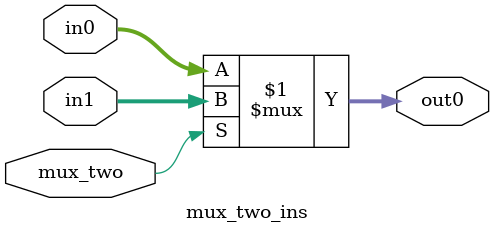
<source format=v>

module mux_two_ins
#(
	parameter data_width = 256
)
(
	input		[data_width-1:0]	in0,in1,
	input								mux_two,
	output	[data_width-1:0]	out0
);
	assign	out0 = (mux_two) ? in1 : in0;

endmodule

</source>
